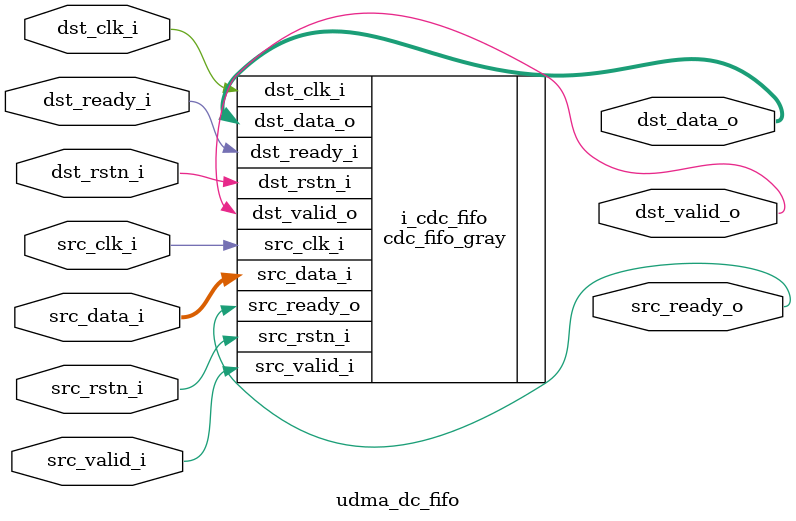
<source format=sv>


module udma_dc_fifo #(
    parameter DATA_WIDTH = 32,
    parameter BUFFER_DEPTH = 8
) (
    input  logic                  src_clk_i,
    input  logic                  src_rstn_i,
    input  logic [DATA_WIDTH-1:0] src_data_i,
    input  logic                  src_valid_i,
    output logic                  src_ready_o,
    input  logic                  dst_clk_i,
    input  logic                  dst_rstn_i,
    output logic [DATA_WIDTH-1:0] dst_data_o,
    output logic                  dst_valid_o,
    input  logic                  dst_ready_i
    );

  if (BUFFER_DEPTH != 2**$clog2(BUFFER_DEPTH))
    $warning("Instantiating cdc fifo with buffer depth of %d instead of %d. Only powers of two are supported.", 2**$clog2(BUFFER_DEPTH), BUFFER_DEPTH);

  cdc_fifo_gray #(
    .WIDTH(DATA_WIDTH),
    .LOG_DEPTH($clog2(BUFFER_DEPTH)),
    .SYNC_STAGES(2)
  ) i_cdc_fifo (
    .src_clk_i,
    .src_rstn_i,
    .src_data_i,
    .src_valid_i,
    .src_ready_o,
    .dst_clk_i,
    .dst_rstn_i,
    .dst_data_o,
    .dst_valid_o,
    .dst_ready_i
  );
endmodule

</source>
